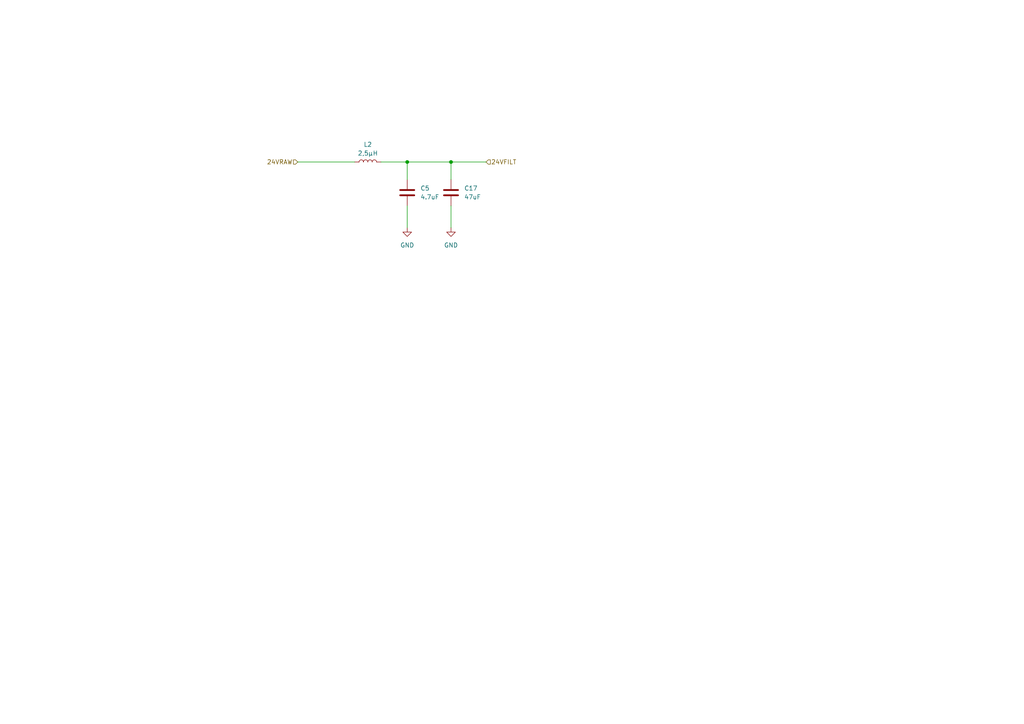
<source format=kicad_sch>
(kicad_sch (version 20230121) (generator eeschema)
  (paper "A4")
  (lib_symbols
    (symbol "benediktibk:C_47uF_SMD_1206_25V_20%" (pin_numbers hide) (pin_names (offset 0.254))
      (property "Reference" "C" (at 0.635 2.54 0))
      (property "Value" "C_47uF_SMD_1206_25V_20%" (at 0.635 -2.54 0))
      (symbol "C_47uF_SMD_1206_25V_20%_0_1"
        (polyline (pts (xy -2.032 -0.762) (xy 2.032 -0.762)) (stroke (width 0.508)))
        (polyline (pts (xy -2.032 0.762) (xy 2.032 0.762)) (stroke (width 0.508)))
      )
      (symbol "C_47uF_SMD_1206_25V_20%_1_1"
        (pin passive line (at 0 3.81 270) (length 2.794) (name "~") (number "1"))
        (pin passive line (at 0 -3.81 90) (length 2.794) (name "~") (number "2"))
      )
    )
    (symbol "benediktibk:C_4_7uF_SMD_0805_50V_10%" (pin_numbers hide) (pin_names (offset 0.254))
      (property "Reference" "C" (at 0.635 2.54 0))
      (property "Value" "C_4_7uF_SMD_0805_50V_10%" (at 0.635 -2.54 0))
      (symbol "C_4_7uF_SMD_0805_50V_10%_0_1"
        (polyline (pts (xy -2.032 -0.762) (xy 2.032 -0.762)) (stroke (width 0.508)))
        (polyline (pts (xy -2.032 0.762) (xy 2.032 0.762)) (stroke (width 0.508)))
      )
      (symbol "C_4_7uF_SMD_0805_50V_10%_1_1"
        (pin passive line (at 0 3.81 270) (length 2.794) (name "~") (number "1"))
        (pin passive line (at 0 -3.81 90) (length 2.794) (name "~") (number "2"))
      )
    )
    (symbol "benediktibk:L_2_5µH_30A" (pin_numbers hide) (pin_names (offset 1.016) hide)
      (property "Reference" "L" (at -1.27 0 90))
      (property "Value" "L_2_5µH_30A" (at 1.905 0 90))
      (symbol "L_2_5µH_30A_0_1"
        (arc (start 0 -2.54) (mid 0.6323 -1.905) (end 0 -1.27))
        (arc (start 0 -1.27) (mid 0.6323 -0.635) (end 0 0))
        (arc (start 0 0) (mid 0.6323 0.635) (end 0 1.27))
        (arc (start 0 1.27) (mid 0.6323 1.905) (end 0 2.54))
      )
      (symbol "L_2_5µH_30A_1_1"
        (pin passive line (at 0 3.81 270) (length 1.27) (name "1") (number "1"))
        (pin passive line (at 0 -3.81 90) (length 1.27) (name "2") (number "2"))
      )
    )
    (symbol "power:GND" (power) (pin_names (offset 0))
      (property "Value" "GND" (at 0 -3.81 0))
      (symbol "GND_0_1"
        (polyline (pts (xy 0 0) (xy 0 -1.27) (xy 1.27 -1.27) (xy 0 -2.54) (xy -1.27 -1.27) (xy 0 -1.27)))
      )
      (symbol "GND_1_1"
        (pin power_in line (at 0 0 270) (length 0) hide (name "GND") (number "1"))
      )
    )
  )
  (junction (at 118.11 46.99))
  (junction (at 130.81 46.99))
  (wire (pts (xy 130.81 46.99) (xy 130.81 52.07)))
  (wire (pts (xy 118.11 46.99) (xy 130.81 46.99)))
  (wire (pts (xy 110.49 46.99) (xy 118.11 46.99)))
  (wire (pts (xy 86.36 46.99) (xy 102.87 46.99)))
  (wire (pts (xy 118.11 59.69) (xy 118.11 66.04)))
  (wire (pts (xy 130.81 46.99) (xy 140.97 46.99)))
  (wire (pts (xy 130.81 59.69) (xy 130.81 66.04)))
  (wire (pts (xy 118.11 46.99) (xy 118.11 52.07)))
  (hierarchical_label "24VFILT" (shape input) (at 140.97 46.99 0))
  (hierarchical_label "24VRAW" (shape input) (at 86.36 46.99 180))
  (symbol (lib_id "benediktibk:L_2_5µH_30A") (at 106.68 46.99 90) (unit 1)
    (property "Reference" "L2" (at 106.68 41.91 90))
    (property "Value" "2,5µH" (at 106.68 44.45 90))
    (property "RS order number" " 238-3683" (effects hide))
  )
  (symbol (lib_id "power:GND") (at 118.11 66.04 0) (unit 1)
    (property "Reference" "#PWR05" (effects hide))
    (property "Value" "GND" (at 118.11 71.12 0))
  )
  (symbol (lib_id "benediktibk:C_4_7uF_SMD_0805_50V_10%") (at 118.11 55.88 0) (unit 1)
    (property "Reference" "C5" (at 121.92 54.61 0) (effects (justify left)))
    (property "Value" "4.7uF" (at 121.92 57.15 0) (effects (justify left)))
    (property "Footprint" "benediktibk:C_0805_2012Metric_Pad1.18x1.45mm_HandSolder" (effects hide))
    (property "RS order number" "113-8707" (effects hide))
  )
  (symbol (lib_id "benediktibk:C_47uF_SMD_1206_25V_20%") (at 130.81 55.88 0) (unit 1)
    (property "Reference" "C17" (at 134.62 54.61 0) (effects (justify left)))
    (property "Value" "47uF" (at 134.62 57.15 0) (effects (justify left)))
    (property "Footprint" "benediktibk:C_1206_3216Metric_Pad1.33x1.80mm_HandSolder" (effects hide))
    (property "RS order number" "788-3060" (effects hide))
  )
  (symbol (lib_id "power:GND") (at 130.81 66.04 0) (unit 1)
    (property "Reference" "#PWR024" (effects hide))
    (property "Value" "GND" (at 130.81 71.12 0))
  )
)
</source>
